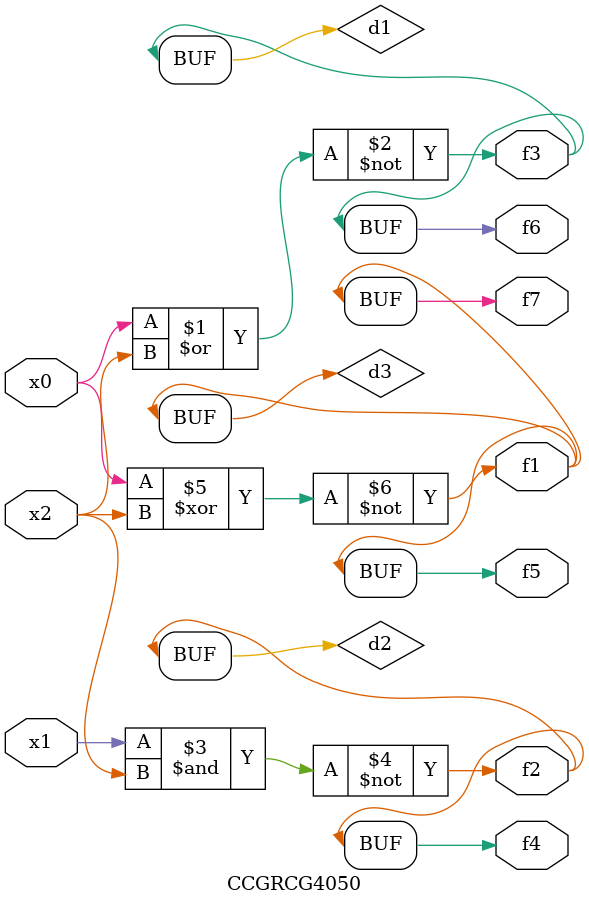
<source format=v>
module CCGRCG4050(
	input x0, x1, x2,
	output f1, f2, f3, f4, f5, f6, f7
);

	wire d1, d2, d3;

	nor (d1, x0, x2);
	nand (d2, x1, x2);
	xnor (d3, x0, x2);
	assign f1 = d3;
	assign f2 = d2;
	assign f3 = d1;
	assign f4 = d2;
	assign f5 = d3;
	assign f6 = d1;
	assign f7 = d3;
endmodule

</source>
